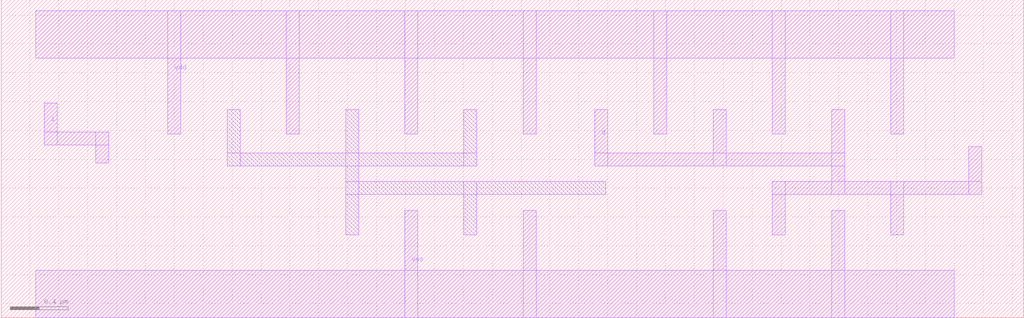
<source format=lef>
VERSION 5.7 ;
BUSBITCHARS "[]" ;
DIVIDERCHAR "/" ;

MACRO low_swing_rx
  CLASS CORE ;
  ORIGIN -0.4 -0.3 ;
  FOREIGN low_swing_rx 0.4 0.3 ;
  SIZE 7.08 BY 2.205 ;
  SYMMETRY X Y ;
  SITE core ;
  PIN o
    DIRECTION OUTPUT ;
    USE SIGNAL ;
    PORT
      LAYER M1 ;
        RECT 7.1 1.155 7.19 1.49 ;
        RECT 5.74 1.155 7.19 1.245 ;
        RECT 6.56 0.875 6.65 1.245 ;
        RECT 6.15 1.155 6.24 1.745 ;
        RECT 4.51 1.355 6.24 1.445 ;
        RECT 5.74 0.875 5.83 1.245 ;
        RECT 5.33 1.355 5.42 1.745 ;
        RECT 4.51 1.355 4.6 1.745 ;
    END
  END o
  PIN vdd
    DIRECTION INPUT ;
    USE POWER ;
    SHAPE ABUTMENT ;
    PORT
      LAYER M1 ;
        RECT 0.64 2.1 7 2.43 ;
        RECT 6.56 1.575 6.65 2.43 ;
        RECT 5.74 1.575 5.83 2.43 ;
        RECT 4.92 1.575 5.01 2.43 ;
        RECT 4.015 1.575 4.105 2.43 ;
        RECT 3.195 1.575 3.285 2.43 ;
        RECT 2.375 1.575 2.465 2.43 ;
        RECT 1.555 1.575 1.645 2.43 ;
    END
  END vdd
  PIN vss
    DIRECTION INPUT ;
    USE GROUND ;
    SHAPE ABUTMENT ;
    PORT
      LAYER M1 ;
        RECT 0.64 0.3 7 0.63 ;
        RECT 6.15 0.3 6.24 1.045 ;
        RECT 5.33 0.3 5.42 1.045 ;
        RECT 4.015 0.3 4.105 1.045 ;
        RECT 3.195 0.3 3.285 1.045 ;
    END
  END vss
  PIN i
    DIRECTION INPUT ;
    USE SIGNAL ;
    PORT
      LAYER M1 ;
        RECT 0.7 1.5 1.145 1.59 ;
        RECT 1.055 1.375 1.145 1.59 ;
        RECT 0.7 1.5 0.79 1.79 ;
    END
  END i
  OBS
    LAYER M1 ;
      RECT 3.605 1.355 3.695 1.745 ;
      RECT 2.785 0.875 2.875 1.745 ;
      RECT 1.965 1.355 2.055 1.745 ;
      RECT 1.965 1.355 3.695 1.445 ;
      RECT 2.785 1.155 4.585 1.245 ;
      RECT 3.605 0.875 3.695 1.245 ;
  END
END low_swing_rx

END LIBRARY

</source>
